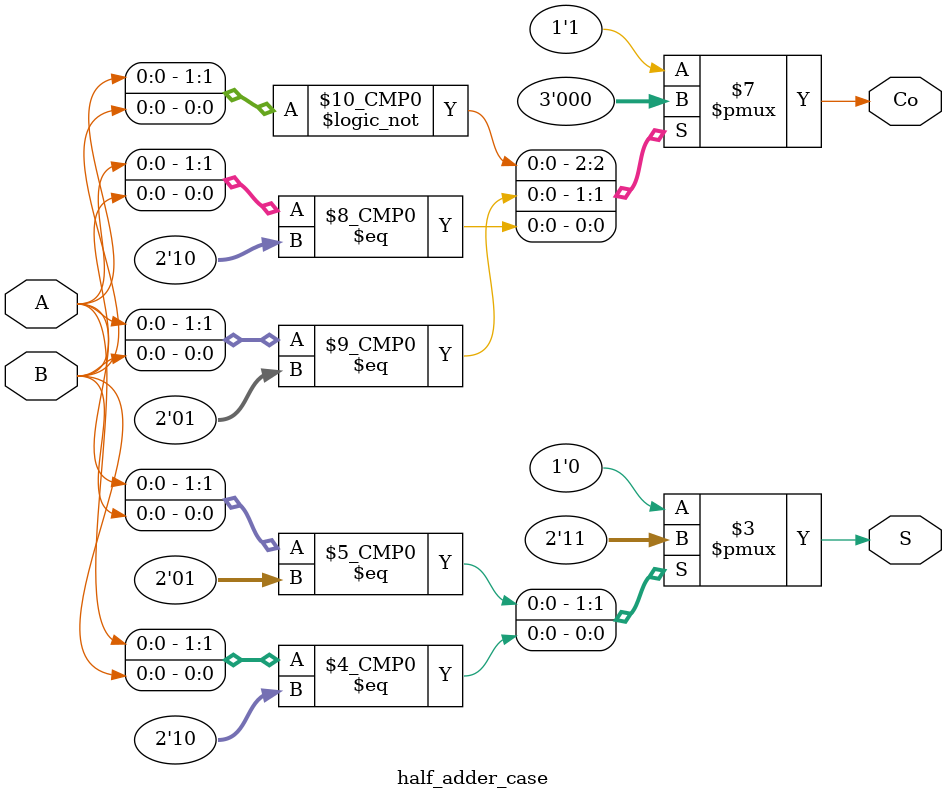
<source format=v>
module half_adder_case (A, B, Co, S);
input A, B;
output Co, S;
reg Co, S;

always @ (A or B) begin
  case ({A, B})
    2'b00: begin Co = 0; S = 0; end
    2'b01: begin Co = 0; S = 1; end
    2'b10: begin Co = 0; S = 1; end
    default: begin Co = 1; S = 0; end
  endcase

end

endmodule // half_adder_case

</source>
